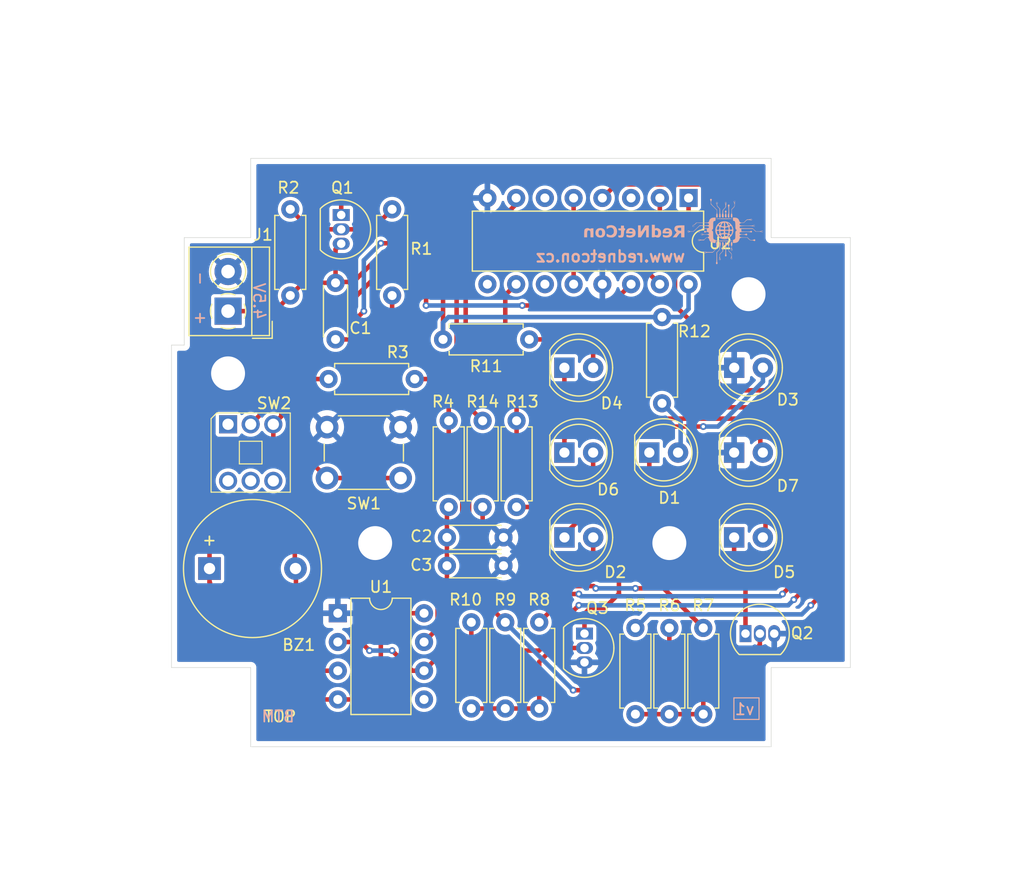
<source format=kicad_pcb>
(kicad_pcb (version 20240108) (generator "pcbnew") (generator_version "8.0")
  (title_block (title "Electronic dice") (date "2025-01-02") (rev "1") (company "RedNetCon"))
  (layers (0 "F.Cu" signal) (31 "B.Cu" signal) (34 "B.Paste" user) (35 "F.Paste" user) (36 "B.SilkS" user "B.Silkscreen") (37 "F.SilkS" user "F.Silkscreen") (38 "B.Mask" user) (39 "F.Mask" user) (44 "Edge.Cuts" user))
  (net 0 "")
  (net 1 "+5V")
  (net 2 "Net-(BZ1--)")
  (net 3 "Net-(C1-Pad2)")
  (net 4 "GND")
  (net 5 "Net-(U1-THR)")
  (net 6 "Net-(D1-K)")
  (net 7 "Net-(D1-A)")
  (net 8 "Net-(D2-K)")
  (net 9 "Net-(D2-A)")
  (net 10 "Net-(D4-K)")
  (net 11 "Net-(D4-A)")
  (net 12 "Net-(D5-K)")
  (net 13 "Net-(D6-K)")
  (net 14 "Net-(D6-A)")
  (net 15 "Net-(J1-Pin_1)")
  (net 16 "Net-(Q1-C)")
  (net 17 "Net-(Q1-B)")
  (net 18 "Net-(Q2-B)")
  (net 19 "Net-(Q3-B)")
  (net 20 "Net-(U1-DIS)")
  (net 21 "C1")
  (net 22 "A2_C2")
  (net 23 "C3_D")
  (net 24 "A1")
  (net 25 "A3")
  (net 26 "B")
  (net 32 "Net-(U2-Q6)")
  (footprint "Package_DIP:DIP-16_W7.62mm" (layer "F.Cu") (at 175.7 62.5 -90)
    (property "Reference" "U2" (at 4 -2.8 180) (layer "F.SilkS"))
    (property "Value" "4017")
    (pad "1" thru_hole rect (at 0 0 270) (size 1.6 1.6) (drill 0.8) (layers "*.Cu" "*.Mask") (net 25 "A3"))
    (pad "2" thru_hole oval (at 0 2.54 270) (size 1.6 1.6) (drill 0.8) (layers "*.Cu" "*.Mask") (net 24 "A1"))
    (pad "3" thru_hole oval (at 0 5.08 270) (size 1.6 1.6) (drill 0.8) (layers "*.Cu" "*.Mask"))
    (pad "4" thru_hole oval (at 0 7.62 270) (size 1.6 1.6) (drill 0.8) (layers "*.Cu" "*.Mask") (net 21 "C1"))
    (pad "5" thru_hole oval (at 0 10.16 270) (size 1.6 1.6) (drill 0.8) (layers "*.Cu" "*.Mask") (net 32 "Net-(U2-Q6)"))
    (pad "6" thru_hole oval (at 0 12.7 270) (size 1.6 1.6) (drill 0.8) (layers "*.Cu" "*.Mask"))
    (pad "7" thru_hole oval (at 0 15.24 270) (size 1.6 1.6) (drill 0.8) (layers "*.Cu" "*.Mask") (net 22 "A2_C2"))
    (pad "8" thru_hole oval (at 0 17.78 270) (size 1.6 1.6) (drill 0.8) (layers "*.Cu" "*.Mask") (net 4 "GND"))
    (pad "9" thru_hole oval (at 7.62 17.78 270) (size 1.6 1.6) (drill 0.8) (layers "*.Cu" "*.Mask"))
    (pad "10" thru_hole oval (at 7.62 15.24 270) (size 1.6 1.6) (drill 0.8) (layers "*.Cu" "*.Mask") (net 23 "C3_D"))
    (pad "11" thru_hole oval (at 7.62 12.7 270) (size 1.6 1.6) (drill 0.8) (layers "*.Cu" "*.Mask"))
    (pad "12" thru_hole oval (at 7.62 10.16 270) (size 1.6 1.6) (drill 0.8) (layers "*.Cu" "*.Mask") (net 26 "B"))
    (pad "13" thru_hole oval (at 7.62 7.62 270) (size 1.6 1.6) (drill 0.8) (layers "*.Cu" "*.Mask") (net 4 "GND"))
    (pad "14" thru_hole oval (at 7.62 5.08 270) (size 1.6 1.6) (drill 0.8) (layers "*.Cu" "*.Mask") (net 2 "Net-(BZ1--)"))
    (pad "15" thru_hole oval (at 7.62 2.54 270) (size 1.6 1.6) (drill 0.8) (layers "*.Cu" "*.Mask") (net 32 "Net-(U2-Q6)"))
    (pad "16" thru_hole oval (at 7.62 0 270) (size 1.6 1.6) (drill 0.8) (layers "*.Cu" "*.Mask") (net 1 "+5V"))
  )
  (footprint "Resistor_THT:R_Axial_DIN0207_L6.3mm_D2.5mm_P7.62mm_Horizontal" (layer "F.Cu") (at 174 108.12 90)
    (property "Reference" "R6" (at 9.62 0 180) (layer "F.SilkS"))
    (property "Value" "10k")
    (pad "1" thru_hole circle (at 0 0 90) (size 1.6 1.6) (drill 0.8) (layers "*.Cu" "*.Mask") (net 18 "Net-(Q2-B)"))
    (pad "2" thru_hole oval (at 7.62 0 90) (size 1.6 1.6) (drill 0.8) (layers "*.Cu" "*.Mask") (net 22 "A2_C2"))
  )
  (footprint "Resistor_THT:R_Axial_DIN0207_L6.3mm_D2.5mm_P7.62mm_Horizontal" (layer "F.Cu") (at 156.5 107.62 90)
    (property "Reference" "R10" (at 9.62 -0.5 180) (layer "F.SilkS"))
    (property "Value" "10k")
    (pad "1" thru_hole circle (at 0 0 90) (size 1.6 1.6) (drill 0.8) (layers "*.Cu" "*.Mask") (net 19 "Net-(Q3-B)"))
    (pad "2" thru_hole oval (at 7.62 0 90) (size 1.6 1.6) (drill 0.8) (layers "*.Cu" "*.Mask") (net 25 "A3"))
  )
  (footprint "Resistor_THT:R_Axial_DIN0207_L6.3mm_D2.5mm_P7.62mm_Horizontal" (layer "F.Cu") (at 140.5 71.12 90)
    (property "Reference" "R2" (at 9.525 -0.165 180) (layer "F.SilkS"))
    (property "Value" "1M")
    (pad "1" thru_hole circle (at 0 0 90) (size 1.6 1.6) (drill 0.8) (layers "*.Cu" "*.Mask") (net 1 "+5V"))
    (pad "2" thru_hole oval (at 7.62 0 90) (size 1.6 1.6) (drill 0.8) (layers "*.Cu" "*.Mask") (net 17 "Net-(Q1-B)"))
  )
  (footprint "Resistor_THT:R_Axial_DIN0207_L6.3mm_D2.5mm_P7.62mm_Horizontal" (layer "F.Cu") (at 154.5 89.81 90)
    (property "Reference" "R4" (at 9.31 -0.5 180) (layer "F.SilkS"))
    (property "Value" "10k")
    (pad "1" thru_hole circle (at 0 0 90) (size 1.6 1.6) (drill 0.8) (layers "*.Cu" "*.Mask") (net 5 "Net-(U1-THR)"))
    (pad "2" thru_hole oval (at 7.62 0 90) (size 1.6 1.6) (drill 0.8) (layers "*.Cu" "*.Mask") (net 20 "Net-(U1-DIS)"))
  )
  (footprint "Package_TO_SOT_THT:TO-92_Inline" (layer "F.Cu") (at 180.73 101)
    (property "Reference" "Q2" (at 5.0075 -0.035 180) (layer "F.SilkS"))
    (property "Value" "BC546")
    (pad "1" thru_hole rect (at 0 0) (size 1.05 1.5) (drill 0.75) (layers "*.Cu" "*.Mask") (net 12 "Net-(D5-K)"))
    (pad "2" thru_hole oval (at 1.27 0) (size 1.05 1.5) (drill 0.75) (layers "*.Cu" "*.Mask") (net 18 "Net-(Q2-B)"))
    (pad "3" thru_hole oval (at 2.54 0) (size 1.05 1.5) (drill 0.75) (layers "*.Cu" "*.Mask") (net 4 "GND"))
  )
  (footprint "Resistor_THT:R_Axial_DIN0207_L6.3mm_D2.5mm_P7.62mm_Horizontal" (layer "F.Cu") (at 177 108.12 90)
    (property "Reference" "R7" (at 9.62 0 180) (layer "F.SilkS"))
    (property "Value" "10k")
    (pad "1" thru_hole circle (at 0 0 90) (size 1.6 1.6) (drill 0.8) (layers "*.Cu" "*.Mask") (net 18 "Net-(Q2-B)"))
    (pad "2" thru_hole oval (at 7.62 0 90) (size 1.6 1.6) (drill 0.8) (layers "*.Cu" "*.Mask") (net 23 "C3_D"))
  )
  (footprint "Buzzer_Beeper:Buzzer_12x9.5RM7.6" (layer "F.Cu") (at 133.36 95.25)
    (property "Reference" "BZ1" (at 7.89 6.75 0) (layer "F.SilkS"))
    (property "Value" "Buzzer" (hide yes))
    (fp_text user "+" (at -0.01 -2.54 0) (layer "F.SilkS"))
    (pad "1" thru_hole rect (at 0 0) (size 2 2) (drill 1) (layers "*.Cu" "*.Mask") (net 1 "+5V"))
    (pad "2" thru_hole circle (at 7.6 0) (size 2 2) (drill 1) (layers "*.Cu" "*.Mask") (net 2 "Net-(BZ1--)"))
  )
  (footprint "LED_THT:LED_D5.0mm" (layer "F.Cu") (at 179.73 77.5)
    (property "Reference" "D3" (at 4.7375 2.8275 0) (layer "F.SilkS"))
    (property "Value" "5mm, R" (hide yes))
    (pad "1" thru_hole rect (at 0 0) (size 1.8 1.8) (drill 0.9) (layers "*.Cu" "*.Mask") (net 4 "GND"))
    (pad "2" thru_hole circle (at 2.54 0) (size 1.8 1.8) (drill 0.9) (layers "*.Cu" "*.Mask") (net 8 "Net-(D2-K)"))
  )
  (footprint "Package_DIP:DIP-8_W7.62mm" (layer "F.Cu") (at 144.7 99.2)
    (property "Reference" "U1" (at 3.81 -2.33 0) (layer "F.SilkS"))
    (property "Value" "NE555P")
    (pad "1" thru_hole rect (at 0 0) (size 1.6 1.6) (drill 0.8) (layers "*.Cu" "*.Mask") (net 4 "GND"))
    (pad "2" thru_hole oval (at 0 2.54) (size 1.6 1.6) (drill 0.8) (layers "*.Cu" "*.Mask") (net 5 "Net-(U1-THR)"))
    (pad "3" thru_hole oval (at 0 5.08) (size 1.6 1.6) (drill 0.8) (layers "*.Cu" "*.Mask") (net 2 "Net-(BZ1--)"))
    (pad "4" thru_hole oval (at 0 7.62) (size 1.6 1.6) (drill 0.8) (layers "*.Cu" "*.Mask") (net 1 "+5V"))
    (pad "5" thru_hole oval (at 7.62 7.62) (size 1.6 1.6) (drill 0.8) (layers "*.Cu" "*.Mask"))
    (pad "6" thru_hole oval (at 7.62 5.08) (size 1.6 1.6) (drill 0.8) (layers "*.Cu" "*.Mask") (net 5 "Net-(U1-THR)"))
    (pad "7" thru_hole oval (at 7.62 2.54) (size 1.6 1.6) (drill 0.8) (layers "*.Cu" "*.Mask") (net 20 "Net-(U1-DIS)"))
    (pad "8" thru_hole oval (at 7.62 0) (size 1.6 1.6) (drill 0.8) (layers "*.Cu" "*.Mask") (net 1 "+5V"))
  )
  (footprint "Package_TO_SOT_THT:TO-92_Inline" (layer "F.Cu") (at 145 64 -90)
    (property "Reference" "Q1" (at -2.405 -0.0975 180) (layer "F.SilkS"))
    (property "Value" "BC556")
    (pad "1" thru_hole rect (at 0 0 270) (size 1.05 1.5) (drill 0.75) (layers "*.Cu" "*.Mask") (net 16 "Net-(Q1-C)"))
    (pad "2" thru_hole oval (at 1.27 0 270) (size 1.05 1.5) (drill 0.75) (layers "*.Cu" "*.Mask") (net 17 "Net-(Q1-B)"))
    (pad "3" thru_hole oval (at 2.54 0 270) (size 1.05 1.5) (drill 0.75) (layers "*.Cu" "*.Mask") (net 1 "+5V"))
  )
  (footprint "Resistor_THT:R_Axial_DIN0207_L6.3mm_D2.5mm_P7.62mm_Horizontal" (layer "F.Cu") (at 149.5 63.5 -90)
    (property "Reference" "R1" (at 3.4925 -2.5825 180) (layer "F.SilkS"))
    (property "Value" "1M")
    (pad "1" thru_hole circle (at 0 0 270) (size 1.6 1.6) (drill 0.8) (layers "*.Cu" "*.Mask") (net 17 "Net-(Q1-B)"))
    (pad "2" thru_hole oval (at 7.62 0 270) (size 1.6 1.6) (drill 0.8) (layers "*.Cu" "*.Mask") (net 3 "Net-(C1-Pad2)"))
  )
  (footprint "Resistor_THT:R_Axial_DIN0207_L6.3mm_D2.5mm_P7.62mm_Horizontal" (layer "F.Cu") (at 159.5 107.62 90)
    (property "Reference" "R9" (at 9.62 0 180) (layer "F.SilkS"))
    (property "Value" "10k")
    (pad "1" thru_hole circle (at 0 0 90) (size 1.6 1.6) (drill 0.8) (layers "*.Cu" "*.Mask") (net 19 "Net-(Q3-B)"))
    (pad "2" thru_hole oval (at 7.62 0 90) (size 1.6 1.6) (drill 0.8) (layers "*.Cu" "*.Mask") (net 22 "A2_C2"))
  )
  (footprint "Capacitor_THT:C_Disc_D4.3mm_W1.9mm_P5.00mm" (layer "F.Cu") (at 144.5 70 -90)
    (property "Reference" "C1" (at 4 -2.2 180) (layer "F.SilkS"))
    (property "Value" "1uF")
    (pad "1" thru_hole circle (at 0 0 270) (size 1.6 1.6) (drill 0.8) (layers "*.Cu" "*.Mask") (net 1 "+5V"))
    (pad "2" thru_hole circle (at 5 0 270) (size 1.6 1.6) (drill 0.8) (layers "*.Cu" "*.Mask") (net 3 "Net-(C1-Pad2)"))
  )
  (footprint "Resistor_THT:R_Axial_DIN0207_L6.3mm_D2.5mm_P7.62mm_Horizontal" (layer "F.Cu") (at 161.62 75 180)
    (property "Reference" "R11" (at 3.81 -2.37 0) (layer "F.SilkS"))
    (property "Value" "220R")
    (pad "1" thru_hole circle (at 0 0 180) (size 1.6 1.6) (drill 0.8) (layers "*.Cu" "*.Mask") (net 11 "Net-(D4-A)"))
    (pad "2" thru_hole oval (at 7.62 0 180) (size 1.6 1.6) (drill 0.8) (layers "*.Cu" "*.Mask") (net 1 "+5V"))
  )
  (footprint "LED_THT:LED_D5.0mm" (layer "F.Cu") (at 179.725 92.5)
    (property "Reference" "D5" (at 4.425 3.0675 0) (layer "F.SilkS"))
    (property "Value" "5mm, R" (hide yes))
    (pad "1" thru_hole rect (at 0 0) (size 1.8 1.8) (drill 0.9) (layers "*.Cu" "*.Mask") (net 12 "Net-(D5-K)"))
    (pad "2" thru_hole circle (at 2.54 0) (size 1.8 1.8) (drill 0.9) (layers "*.Cu" "*.Mask") (net 10 "Net-(D4-K)"))
  )
  (footprint "LED_THT:LED_D5.0mm" (layer "F.Cu") (at 164.725 85)
    (property "Reference" "D6" (at 3.8675 3.265 0) (layer "F.SilkS"))
    (property "Value" "5mm, R" (hide yes))
    (pad "1" thru_hole rect (at 0 0) (size 1.8 1.8) (drill 0.9) (layers "*.Cu" "*.Mask") (net 13 "Net-(D6-K)"))
    (pad "2" thru_hole circle (at 2.54 0) (size 1.8 1.8) (drill 0.9) (layers "*.Cu" "*.Mask") (net 14 "Net-(D6-A)"))
  )
  (footprint "TerminalBlock_4Ucon:TerminalBlock_4Ucon_1x02_P3.50mm_Horizontal" (layer "F.Cu") (at 135 72.5 90)
    (property "Reference" "J1" (at 6.75 3.1 180) (layer "F.SilkS"))
    (property "Value" "Screw_Terminal_01x02" (hide yes))
    (pad "1" thru_hole rect (at 0 0 90) (size 2.4 2.4) (drill 1.2) (layers "*.Cu" "*.Mask") (net 15 "Net-(J1-Pin_1)"))
    (pad "2" thru_hole circle (at 3.5 0 90) (size 2.4 2.4) (drill 1.2) (layers "*.Cu" "*.Mask") (net 4 "GND"))
  )
  (footprint "Button_Switch_THT_Hap:SW_DPDT_7x7_Turbo" (layer "F.Cu") (at 137 85)
    (property "Reference" "SW2" (at 2.065 -4.355 0) (layer "F.SilkS"))
    (property "Value" "DPDT 7x7mm, Turbo" (hide yes))
    (pad "1" thru_hole rect (at -2 -2.5) (size 1.6 1.6) (drill 1) (layers "*.Cu" "*.Mask"))
    (pad "2" thru_hole circle (at 0 -2.5) (size 1.6 1.6) (drill 1) (layers "*.Cu" "*.Mask") (net 15 "Net-(J1-Pin_1)"))
    (pad "3" thru_hole circle (at 2 -2.5) (size 1.6 1.6) (drill 1) (layers "*.Cu" "*.Mask") (net 1 "+5V"))
    (pad "4" thru_hole circle (at -2 2.5) (size 1.6 1.6) (drill 1) (layers "*.Cu" "*.Mask"))
    (pad "5" thru_hole circle (at 0 2.5) (size 1.6 1.6) (drill 1) (layers "*.Cu" "*.Mask"))
    (pad "6" thru_hole circle (at 2 2.5) (size 1.6 1.6) (drill 1) (layers "*.Cu" "*.Mask"))
  )
  (footprint "Resistor_THT:R_Axial_DIN0207_L6.3mm_D2.5mm_P7.62mm_Horizontal" (layer "F.Cu") (at 171 108.12 90)
    (property "Reference" "R5" (at 9.62 0 180) (layer "F.SilkS"))
    (property "Value" "10k")
    (pad "1" thru_hole circle (at 0 0 90) (size 1.6 1.6) (drill 0.8) (layers "*.Cu" "*.Mask") (net 18 "Net-(Q2-B)"))
    (pad "2" thru_hole oval (at 7.62 0 90) (size 1.6 1.6) (drill 0.8) (layers "*.Cu" "*.Mask") (net 21 "C1"))
  )
  (footprint "Resistor_THT:R_Axial_DIN0207_L6.3mm_D2.5mm_P7.62mm_Horizontal" (layer "F.Cu") (at 157.5 82.19 -90)
    (property "Reference" "R14" (at -1.69 0 180) (layer "F.SilkS"))
    (property "Value" "220R")
    (pad "1" thru_hole circle (at 0 0 270) (size 1.6 1.6) (drill 0.8) (layers "*.Cu" "*.Mask") (net 26 "B"))
    (pad "2" thru_hole oval (at 7.62 0 270) (size 1.6 1.6) (drill 0.8) (layers "*.Cu" "*.Mask") (net 9 "Net-(D2-A)"))
  )
  (footprint "Resistor_THT:R_Axial_DIN0207_L6.3mm_D2.5mm_P7.62mm_Horizontal" (layer "F.Cu") (at 160.5 89.81 90)
    (property "Reference" "R13" (at 9.31 0.5 180) (layer "F.SilkS"))
    (property "Value" "220R")
    (pad "1" thru_hole circle (at 0 0 90) (size 1.6 1.6) (drill 0.8) (layers "*.Cu" "*.Mask") (net 14 "Net-(D6-A)"))
    (pad "2" thru_hole oval (at 7.62 0 90) (size 1.6 1.6) (drill 0.8) (layers "*.Cu" "*.Mask") (net 23 "C3_D"))
  )
  (footprint "Capacitor_THT:C_Disc_D4.3mm_W1.9mm_P5.00mm" (layer "F.Cu") (at 154.345 95)
    (property "Reference" "C3" (at -2.2625 -0.0675 360) (layer "F.SilkS"))
    (property "Value" "1uF")
    (pad "1" thru_hole circle (at 0 0) (size 1.6 1.6) (drill 0.8) (layers "*.Cu" "*.Mask") (net 5 "Net-(U1-THR)"))
    (pad "2" thru_hole circle (at 5 0) (size 1.6 1.6) (drill 0.8) (layers "*.Cu" "*.Mask") (net 4 "GND"))
  )
  (footprint "LED_THT:LED_D5.0mm" (layer "F.Cu") (at 179.725 85)
    (property "Reference" "D7" (at 4.7425 2.9475 0) (layer "F.SilkS"))
    (property "Value" "5mm, R" (hide yes))
    (pad "1" thru_hole rect (at 0 0) (size 1.8 1.8) (drill 0.9) (layers "*.Cu" "*.Mask") (net 4 "GND"))
    (pad "2" thru_hole circle (at 2.54 0) (size 1.8 1.8) (drill 0.9) (layers "*.Cu" "*.Mask") (net 13 "Net-(D6-K)"))
  )
  (footprint "LED_THT:LED_D5.0mm" (layer "F.Cu") (at 164.725 77.5)
    (property "Reference" "D4" (at 4.185 3.145 0) (layer "F.SilkS"))
    (property "Value" "5mm, R" (hide yes))
    (pad "1" thru_hole rect (at 0 0) (size 1.8 1.8) (drill 0.9) (layers "*.Cu" "*.Mask") (net 10 "Net-(D4-K)"))
    (pad "2" thru_hole circle (at 2.54 0) (size 1.8 1.8) (drill 0.9) (layers "*.Cu" "*.Mask") (net 11 "Net-(D4-A)"))
  )
  (footprint "LED_THT:LED_D5.0mm" (layer "F.Cu") (at 172.23 85)
    (property "Reference" "D1" (at 1.775 4 0) (layer "F.SilkS"))
    (property "Value" "5mm, R" (hide yes))
    (pad "1" thru_hole rect (at 0 0) (size 1.8 1.8) (drill 0.9) (layers "*.Cu" "*.Mask") (net 6 "Net-(D1-K)"))
    (pad "2" thru_hole circle (at 2.54 0) (size 1.8 1.8) (drill 0.9) (layers "*.Cu" "*.Mask") (net 7 "Net-(D1-A)"))
  )
  (footprint "Resistor_THT:R_Axial_DIN0207_L6.3mm_D2.5mm_P7.62mm_Horizontal" (layer "F.Cu") (at 143.88 78.5)
    (property "Reference" "R3" (at 6.12 -2.37 0) (layer "F.SilkS"))
    (property "Value" "10k")
    (pad "1" thru_hole circle (at 0 0) (size 1.6 1.6) (drill 0.8) (layers "*.Cu" "*.Mask") (net 16 "Net-(Q1-C)"))
    (pad "2" thru_hole oval (at 7.62 0) (size 1.6 1.6) (drill 0.8) (layers "*.Cu" "*.Mask") (net 20 "Net-(U1-DIS)"))
  )
  (footprint "Resistor_THT:R_Axial_DIN0207_L6.3mm_D2.5mm_P7.62mm_Horizontal" (layer "F.Cu") (at 173.355 80.645 90)
    (property "Reference" "R12" (at 6.35 2.8575 180) (layer "F.SilkS"))
    (property "Value" "1k")
    (pad "1" thru_hole circle (at 0 0 90) (size 1.6 1.6) (drill 0.8) (layers "*.Cu" "*.Mask") (net 7 "Net-(D1-A)"))
    (pad "2" thru_hole oval (at 7.62 0 90) (size 1.6 1.6) (drill 0.8) (layers "*.Cu" "*.Mask") (net 1 "+5V"))
  )
  (footprint "Button_Switch_THT:SW_PUSH_6mm_H13mm" (layer "F.Cu") (at 143.75 82.75)
    (property "Reference" "SW1" (at 3.25 6.75 0) (layer "F.SilkS"))
    (property "Value" "Push 6x6, H13mm" (hide yes))
    (pad "1" thru_hole circle (at 0 0 90) (size 2 2) (drill 1.1) (layers "*.Cu" "*.Mask") (net 4 "GND"))
    (pad "1" thru_hole circle (at 6.5 0 90) (size 2 2) (drill 1.1) (layers "*.Cu" "*.Mask") (net 4 "GND"))
    (pad "2" thru_hole circle (at 0 4.5 90) (size 2 2) (drill 1.1) (layers "*.Cu" "*.Mask") (net 3 "Net-(C1-Pad2)"))
    (pad "2" thru_hole circle (at 6.5 4.5 90) (size 2 2) (drill 1.1) (layers "*.Cu" "*.Mask") (net 3 "Net-(C1-Pad2)"))
  )
  (footprint "Resistor_THT:R_Axial_DIN0207_L6.3mm_D2.5mm_P7.62mm_Horizontal" (layer "F.Cu") (at 162.5 107.62 90)
    (property "Reference" "R8" (at 9.62 0 180) (layer "F.SilkS"))
    (property "Value" "10k")
    (pad "1" thru_hole circle (at 0 0 90) (size 1.6 1.6) (drill 0.8) (layers "*.Cu" "*.Mask") (net 19 "Net-(Q3-B)"))
    (pad "2" thru_hole oval (at 7.62 0 90) (size 1.6 1.6) (drill 0.8) (layers "*.Cu" "*.Mask") (net 24 "A1"))
  )
  (footprint "LED_THT:LED_D5.0mm" (layer "F.Cu") (at 164.73 92.5)
    (property "Reference" "D2" (at 4.4975 3.0675 0) (layer "F.SilkS"))
    (property "Value" "5mm, R" (hide yes))
    (pad "1" thru_hole rect (at 0 0) (size 1.8 1.8) (drill 0.9) (layers "*.Cu" "*.Mask") (net 8 "Net-(D2-K)"))
    (pad "2" thru_hole circle (at 2.54 0) (size 1.8 1.8) (drill 0.9) (layers "*.Cu" "*.Mask") (net 9 "Net-(D2-A)"))
  )
  (footprint "Package_TO_SOT_THT:TO-92_Inline" (layer "F.Cu") (at 166.5 101 -90)
    (property "Reference" "Q3" (at -2.2575 -1.14 180) (layer "F.SilkS"))
    (property "Value" "BC546")
    (pad "1" thru_hole rect (at 0 0 270) (size 1.05 1.5) (drill 0.75) (layers "*.Cu" "*.Mask") (net 6 "Net-(D1-K)"))
    (pad "2" thru_hole oval (at 1.27 0 270) (size 1.05 1.5) (drill 0.75) (layers "*.Cu" "*.Mask") (net 19 "Net-(Q3-B)"))
    (pad "3" thru_hole oval (at 2.54 0 270) (size 1.05 1.5) (drill 0.75) (layers "*.Cu" "*.Mask") (net 4 "GND"))
  )
  (footprint "Capacitor_THT:C_Disc_D4.3mm_W1.9mm_P5.00mm" (layer "F.Cu") (at 154.345 92.5)
    (property "Reference" "C2" (at -2.2625 -0.1075 360) (layer "F.SilkS"))
    (property "Value" "1uF")
    (pad "1" thru_hole circle (at 0 0) (size 1.6 1.6) (drill 0.8) (layers "*.Cu" "*.Mask") (net 5 "Net-(U1-THR)"))
    (pad "2" thru_hole circle (at 5 0) (size 1.6 1.6) (drill 0.8) (layers "*.Cu" "*.Mask") (net 4 "GND"))
  )
  (footprint "rednetcon:logo" (layer "B.Cu") (at 174.25 65.5 180)
    (property "Reference" "G***" (hide yes))
    (property "Value" "LOGO" (hide yes))
  )
  (gr_line (start 179.705 108.585) (end 181.9275 108.585) (stroke (width 0.1)) (layer "B.SilkS"))
  (gr_line (start 181.9275 106.68) (end 179.705 106.68) (stroke (width 0.1)) (layer "B.SilkS"))
  (gr_line (start 179.705 106.68) (end 179.705 108.585) (stroke (width 0.1)) (layer "B.SilkS"))
  (gr_line (start 181.9275 108.585) (end 181.9275 106.68) (stroke (width 0.1)) (layer "B.SilkS"))
  (gr_line (start 137 111) (end 183 111) (stroke (width 0.05)) (layer "Edge.Cuts"))
  (gr_line (start 190 66) (end 183 66) (stroke (width 0.05)) (layer "Edge.Cuts"))
  (gr_line (start 137 66) (end 137 59) (stroke (width 0.05)) (layer "Edge.Cuts"))
  (gr_line (start 131.1275 66) (end 137 66) (stroke (width 0.05)) (layer "Edge.Cuts"))
  (gr_line (start 131.1275 66) (end 131.1275 75.5) (stroke (width 0.05)) (layer "Edge.Cuts"))
  (gr_line (start 130 104) (end 137 104) (stroke (width 0.05)) (layer "Edge.Cuts"))
  (gr_line (start 190 104) (end 190 66) (stroke (width 0.05)) (layer "Edge.Cuts"))
  (gr_line (start 183 104) (end 190 104) (stroke (width 0.05)) (layer "Edge.Cuts"))
  (gr_line (start 131.1275 75.5) (end 130 75.5) (stroke (width 0.05)) (layer "Edge.Cuts"))
  (gr_line (start 183 59) (end 137 59) (stroke (width 0.05)) (layer "Edge.Cuts"))
  (gr_line (start 137 104) (end 137 111) (stroke (width 0.05)) (layer "Edge.Cuts"))
  (gr_line (start 130 75.5) (end 130 104) (stroke (width 0.05)) (layer "Edge.Cuts"))
  (gr_line (start 183 111) (end 183 104) (stroke (width 0.05)) (layer "Edge.Cuts"))
  (gr_line (start 183 66) (end 183 59) (stroke (width 0.05)) (layer "Edge.Cuts"))
  (gr_text "BTM" (at 140.97 108.9025 0) (layer "B.SilkS") (effects (font (size 1 1)) (justify left bottom mirror)))
  (gr_text "-" (at 133.0325 68.8975 90) (layer "B.SilkS") (effects (font (size 1 1)) (justify left bottom mirror)))
  (gr_text "+" (at 133.0325 72.39 90) (layer "B.SilkS") (effects (font (size 1 1)) (justify left bottom mirror)))
  (gr_text "v1" (at 181.61 108.2675 0) (layer "B.SilkS") (effects (font (size 1 1)) (justify left bottom mirror)))
  (gr_text "www.rednetcon.cz" (at 175.5 68.25 0) (layer "B.SilkS") (effects (font (size 1 1) (thickness 0.2) (bold yes)) (justify left bottom mirror)))
  (gr_text "4.5V" (at 137.16 73.3425 270) (layer "B.SilkS") (effects (font (size 1 1)) (justify left bottom mirror)))
  (gr_text "TOP" (at 138.1125 108.9025 0) (layer "F.SilkS") (effects (font (size 1 1)) (justify left bottom)))
  (segment (start 133.4 96.5) (end 133.36 96.46) (width 0.4) (layer "F.Cu") (net 1))
  (segment (start 138.2275 84.7725) (end 139 84) (width 0.4) (layer "F.Cu") (net 1))
  (segment (start 154 68) (end 154 75) (width 0.4) (layer "F.Cu") (net 1))
  (segment (start 133.36 89.86) (end 132.5 89) (width 0.4) (layer "F.Cu") (net 1))
  (segment (start 132.5 89) (end 132.5 85.5) (width 0.4) (layer "F.Cu") (net 1))
  (segment (start 139.7 81.8) (end 139.7 71.92) (width 0.4) (layer "F.Cu") (net 1))
  (segment (start 146.68 106.82) (end 144.7 106.82) (width 0.4) (layer "F.Cu") (net 1))
  (segment (start 144.7 106.82) (end 143.015 106.82) (width 0.4) (layer "F.Cu") (net 1))
  (segment (start 141.62 70) (end 144.5 70) (width 0.4) (layer "F.Cu") (net 1))
  (segment (start 144.58 69.92) (end 146.08 69.92) (width 0.4) (layer "F.Cu") (net 1))
  (segment (start 144.5 70) (end 144.5 67.04) (width 0.4) (layer "F.Cu") (net 1))
  (segment (start 148.5 105) (end 146.68 106.82) (width 0.4) (layer "F.Cu") (net 1))
  (segment (start 133.2275 84.7725) (end 138.2275 84.7725) (width 0.4) (layer "F.Cu") (net 1))
  (segment (start 133.36 96.46) (end 133.36 89.86) (width 0.4) (layer "F.Cu") (net 1))
  (segment (start 143.015 106.82) (end 133.4 97.205) (width 0.4) (layer "F.Cu") (net 1))
  (segment (start 139.7 71.92) (end 140.5 71.12) (width 0.4) (layer "F.Cu") (net 1))
  (segment (start 133.4 97.205) (end 133.4 96.5) (width 0.4) (layer "F.Cu") (net 1))
  (segment (start 144.5 67.04) (end 145 66.54) (width 0.4) (layer "F.Cu") (net 1))
  (segment (start 148 68) (end 154 68) (width 0.4) (layer "F.Cu") (net 1))
  (segment (start 139 84) (end 139 82.5) (width 0.4) (layer "F.Cu") (net 1))
  (segment (start 146.08 69.92) (end 148 68) (width 0.4) (layer "F.Cu") (net 1))
  (segment (start 149.3 99.2) (end 148.5 100) (width 0.4) (layer "F.Cu") (net 1))
  (segment (start 144.5 70) (end 144.58 69.92) (width 0.4) (layer "F.Cu") (net 1))
  (segment (start 132.5 85.5) (end 133.2275 84.7725) (width 0.4) (layer "F.Cu") (net 1))
  (segment (start 139 82.5) (end 139.7 81.8) (width 0.4) (layer "F.Cu") (net 1))
  (segment (start 152.32 99.2) (end 149.3 99.2) (width 0.4) (layer "F.Cu") (net 1))
  (segment (start 140.5 71.12) (end 141.62 70) (width 0.4) (layer "F.Cu") (net 1))
  (segment (start 148.5 100) (end 148.5 105) (width 0.4) (layer "F.Cu") (net 1))
  (segment (start 175.7 72.3) (end 175.7 70.12) (width 0.4) (layer "B.Cu") (net 1))
  (segment (start 154.475 73.025) (end 174.975 73.025) (width 0.4) (layer "B.Cu") (net 1))
  (segment (start 154 73.5) (end 154.475 73.025) (width 0.4) (layer "B.Cu") (net 1))
  (segment (start 154 75) (end 154 73.5) (width 0.4) (layer "B.Cu") (net 1))
  (segment (start 174.975 73.025) (end 175.7 72.3) (width 0.4) (layer "B.Cu") (net 1))
  (segment (start 143.28 104.28) (end 141 102) (width 0.4) (layer "F.Cu") (net 2))
  (segment (start 142.5 71.5) (end 146 71.5) (width 0.4) (layer "F.Cu") (net 2))
  (segment (start 168.74 72) (end 161 72) (width 0.4) (layer "F.Cu") (net 2))
  (segment (start 140.5 73.5) (end 142.5 71.5) (width 0.4) (layer "F.Cu") (net 2))
  (segment (start 140.9 78.4) (end 140.5 78) (width 0.4) (layer "F.Cu") (net 2))
  (segment (start 140.5 78) (end 140.5 73.5) (width 0.4) (layer "F.Cu") (net 2))
  (segment (start 144.7 104.28) (end 143.28 104.28) (width 0.4) (layer "F.Cu") (net 2))
  (segment (start 170.62 70.12) (end 168.74 72) (width 0.4) (layer "F.Cu") (net 2))
  (segment (start 141 102) (end 141 95.29) (width 0.4) (layer "F.Cu") (net 2))
  (segment (start 141 95.29) (end 140.9 95.19) (width 0.4) (layer "F.Cu") (net 2))
  (segment (start 152.5 70.5) (end 152.5 72) (width 0.4) (layer "F.Cu") (net 2))
  (segment (start 148.5 69) (end 151 69) (width 0.4) (layer "F.Cu") (net 2))
  (segment (start 146 71.5) (end 148.5 69) (width 0.4) (layer "F.Cu") (net 2))
  (segment (start 140.9 95.19) (end 140.9 78.4) (width 0.4) (layer "F.Cu") (net 2))
  (segment (start 151 69) (end 152.5 70.5) (width 0.4) (layer "F.Cu") (net 2))
  (via (at 161 72) (size 0.6) (drill 0.3) (layers "F.Cu" "B.Cu") (net 2))
  (via (at 152.5 72) (size 0.6) (drill 0.3) (layers "F.Cu" "B.Cu") (net 2))
  (segment (start 152.5 72) (end 161 72) (width 0.4) (layer "B.Cu") (net 2))
  (segment (start 149.5 73) (end 149.5 71.12) (width 0.4) (layer "F.Cu") (net 3))
  (segment (start 143.75 87.25) (end 141.5 85) (width 0.4) (layer "F.Cu") (net 3))
  (segment (start 147.5 75) (end 149.5 73) (width 0.4) (layer "F.Cu") (net 3))
  (segment (start 145 80.5) (end 146.5 79) (width 0.4) (layer "F.Cu") (net 3))
  (segment (start 146.5 79) (end 146.5 75) (width 0.4) (layer "F.Cu") (net 3))
  (segment (start 143.75 87.25) (end 150.25 87.25) (width 0.4) (layer "F.Cu") (net 3))
  (segment (start 141.5 85) (end 141.5 81.5) (width 0.4) (layer "F.Cu") (net 3))
  (segment (start 144.5 75) (end 146.5 75) (width 0.4) (layer "F.Cu") (net 3))
  (segment (start 146.5 75) (end 147.5 75) (width 0.4) (layer "F.Cu") (net 3))
  (segment (start 142.5 80.5) (end 145 80.5) (width 0.4) (layer "F.Cu") (net 3))
  (segment (start 141.5 81.5) (end 142.5 80.5) (width 0.4) (layer "F.Cu") (net 3))
  (via (at 181 71) (size 5.5) (drill 3) (layers "F.Cu" "B.Cu") (net 4))
  (via (at 174 93) (size 5.5) (drill 3) (layers "F.Cu" "B.Cu") (net 4))
  (via (at 148 93) (size 5.5) (drill 3) (layers "F.Cu" "B.Cu") (net 4))
  (via (at 135 78) (size 5.5) (drill 3) (layers "F.Cu" "B.Cu") (net 4))
  (segment (start 154.5 89.81) (end 154.345 89.965) (width 0.4) (layer "F.Cu") (net 5))
  (segment (start 154.345 89.965) (end 154.345 102.255) (width 0.4) (layer "F.Cu") (net 5))
  (segment (start 154.345 102.255) (end 152.32 104.28) (width 0.4) (layer "F.Cu") (net 5))
  (segment (start 152.32 104.28) (end 151.28 104.28) (width 0.4) (layer "F.Cu") (net 5))
  (segment (start 151.28 104.28) (end 149.5 102.5) (width 0.4) (layer "F.Cu") (net 5))
  (segment (start 146.74 101.74) (end 147.5 102.5) (width 0.4) (layer "F.Cu") (net 5))
  (segment (start 144.7 101.74) (end 146.74 101.74) (width 0.4) (layer "F.Cu") (net 5))
  (via (at 149.5 102.5) (size 0.6) (drill 0.3) (layers "F.Cu" "B.Cu") (net 5))
  (via (at 147.5 102.5) (size 0.6) (drill 0.3) (layers "F.Cu" "B.Cu") (net 5))
  (segment (start 147.5 102.5) (end 149.5 102.5) (width 0.4) (layer "B.Cu") (net 5))
  (segment (start 172.23 89.0725) (end 172.23 85.5) (width 0.4) (layer "F.Cu") (net 6))
  (segment (start 166.5 99.2475) (end 167.005 98.7425) (width 0.4) (layer "F.Cu") (net 6))
  (segment (start 169.545 97.4725) (end 169.545 91.7575) (width 0.4) (layer "F.Cu") (net 6))
  (segment (start 166.5 101) (end 166.5 99.2475) (width 0.4) (layer "F.Cu") (net 6))
  (segment (start 167.005 98.7425) (end 168.275 98.7425) (width 0.4) (layer "F.Cu") (net 6))
  (segment (start 169.545 91.7575) (end 172.23 89.0725) (width 0.4) (layer "F.Cu") (net 6))
  (segment (start 168.275 98.7425) (end 169.545 97.4725) (width 0.4) (layer "F.Cu") (net 6))
  (segment (start 175 82.29) (end 175 85.27) (width 0.4) (layer "B.Cu") (net 7))
  (segment (start 175 85.27) (end 174.77 85.5) (width 0.4) (layer "B.Cu") (net 7))
  (segment (start 173.355 80.645) (end 175 82.29) (width 0.4) (layer "B.Cu") (net 7))
  (segment (start 164.73 92.25) (end 164.73 92.5) (width 0.4) (layer "F.Cu") (net 8))
  (segment (start 170 84.5) (end 170 86.98) (width 0.4) (layer "F.Cu") (net 8))
  (segment (start 177 82.7) (end 171.8 82.7) (width 0.4) (layer "F.Cu") (net 8))
  (segment (start 170 86.98) (end 164.73 92.25) (width 0.4) (layer "F.Cu") (net 8))
  (segment (start 171.8 82.7) (end 170 84.5) (width 0.4) (layer "F.Cu") (net 8))
  (segment (start 182.04 77.73) (end 182.27 77.5) (width 0.4) (layer "F.Cu") (net 8))
  (via (at 177 82.7) (size 0.6) (drill 0.3) (layers "F.Cu" "B.Cu") (net 8))
  (segment (start 178.3 82.7) (end 182.27 78.73) (width 0.4) (layer "B.Cu") (net 8))
  (segment (start 182.27 78.73) (end 182.27 77.5) (width 0.4) (layer "B.Cu") (net 8))
  (segment (start 177 82.7) (end 178.3 82.7) (width 0.4) (layer "B.Cu") (net 8))
  (segment (start 158.75 96.52) (end 157.5 95.27) (width 0.4) (layer "F.Cu") (net 9))
  (segment (start 166.5 95.5) (end 164.5325 95.5) (width 0.4) (layer "F.Cu") (net 9))
  (segment (start 164.5325 95.5) (end 163.5125 96.52) (width 0.4) (layer "F.Cu") (net 9))
  (segment (start 157.5 95.27) (end 157.5 89.81) (width 0.4) (layer "F.Cu") (net 9))
  (segment (start 163.5125 96.52) (end 158.75 96.52) (width 0.4) (layer "F.Cu") (net 9))
  (segment (start 167.27 94.73) (end 166.5 95.5) (width 0.4) (layer "F.Cu") (net 9))
  (segment (start 167.27 92.5) (end 167.27 94.73) (width 0.4) (layer "F.Cu") (net 9))
  (segment (start 182.265 92.5) (end 182.5 92.265) (width 0.4) (layer "F.Cu") (net 10))
  (segment (start 178.5 81) (end 176.5 79) (width 0.4) (layer "F.Cu") (net 10))
  (segment (start 182.5 88.5) (end 184 87) (width 0.4) (layer "F.Cu") (net 10))
  (segment (start 181.5 81) (end 178.5 81) (width 0.4) (layer "F.Cu") (net 10))
  (segment (start 176.5 79) (end 172 79) (width 0.4) (layer "F.Cu") (net 10))
  (segment (start 184 83.5) (end 181.5 81) (width 0.4) (layer "F.Cu") (net 10))
  (segment (start 182.5 92.265) (end 182.5 88.5) (width 0.4) (layer "F.Cu") (net 10))
  (segment (start 164.725 79.725) (end 164.725 77.5) (width 0.4) (layer "F.Cu") (net 10))
  (segment (start 165.5 80.5) (end 164.725 79.725) (width 0.4) (layer "F.Cu") (net 10))
  (segment (start 170.5 80.5) (end 165.5 80.5) (width 0.4) (layer "F.Cu") (net 10))
  (segment (start 184 87) (end 184 83.5) (width 0.4) (layer "F.Cu") (net 10))
  (segment (start 172 79) (end 170.5 80.5) (width 0.4) (layer "F.Cu") (net 10))
  (segment (start 161.62 75) (end 166.5 75) (width 0.4) (layer "F.Cu") (net 11))
  (segment (start 167.265 75.765) (end 167.265 77.5) (width 0.4) (layer "F.Cu") (net 11))
  (segment (start 166.5 75) (end 167.265 75.765) (width 0.4) (layer "F.Cu") (net 11))
  (segment (start 180.73 101) (end 180.73 96.23) (width 0.4) (layer "F.Cu") (net 12))
  (segment (start 180.73 96.23) (end 179.725 95.225) (width 0.4) (layer "F.Cu") (net 12))
  (segment (start 179.725 95.225) (end 179.725 92.5) (width 0.4) (layer "F.Cu") (net 12))
  (segment (start 164.725 85.265) (end 164.96 85.5) (width 0.4) (layer "F.Cu") (net 13))
  (segment (start 182.04 85.5) (end 182.04 83.54) (width 0.4) (layer "F.Cu") (net 13))
  (segment (start 164.725 83.775) (end 164.725 85.265) (width 0.4) (layer "F.Cu") (net 13))
  (segment (start 182.04 83.54) (end 180.5 82) (width 0.4) (layer "F.Cu") (net 13))
  (segment (start 180.5 82) (end 166.5 82) (width 0.4) (layer "F.Cu") (net 13))
  (segment (start 166.5 82) (end 164.725 83.775) (width 0.4) (layer "F.Cu") (net 13))
  (segment (start 160.5 89.81) (end 165.19 89.81) (width 0.4) (layer "F.Cu") (net 14))
  (segment (start 165.19 89.81) (end 167.265 87.735) (width 0.4) (layer "F.Cu") (net 14))
  (segment (start 167.265 87.735) (end 167.265 85) (width 0.4) (layer "F.Cu") (net 14))
  (segment (start 136.9525 72.5) (end 135 72.5) (width 0.4) (layer "F.Cu") (net 15))
  (segment (start 139.065 74.6125) (end 136.9525 72.5) (width 0.4) (layer "F.Cu") (net 15))
  (segment (start 139.065 80.435) (end 139.065 74.6125) (width 0.4) (layer "F.Cu") (net 15))
  (segment (start 137 82.5) (end 139.065 80.435) (width 0.4) (layer "F.Cu") (net 15))
  (segment (start 151.75 62.25) (end 151 61.5) (width 0.4) (layer "F.Cu") (net 16))
  (segment (start 151.75 64.75) (end 151.75 62.25) (width 0.4) (layer "F.Cu") (net 16))
  (segment (start 151 61.5) (end 146 61.5) (width 0.4) (layer "F.Cu") (net 16))
  (segment (start 145 62.5) (end 145 64) (width 0.4) (layer "F.Cu") (net 16))
  (segment (start 147 72.5) (end 146.5 73) (width 0.4) (layer "F.Cu") (net 16))
  (segment (start 142.5 78.5) (end 143.88 78.5) (width 0.4) (layer "F.Cu") (net 16))
  (segment (start 146.5 73) (end 142 73) (width 0.4) (layer "F.Cu") (net 16))
  (segment (start 150 66.5) (end 151.75 64.75) (width 0.4) (layer "F.Cu") (net 16))
  (segment (start 142 73) (end 141.5 73.5) (width 0.4) (layer "F.Cu") (net 16))
  (segment (start 146 61.5) (end 145 62.5) (width 0.4) (layer "F.Cu") (net 16))
  (segment (start 141.5 77.5) (end 142.5 78.5) (width 0.4) (layer "F.Cu") (net 16))
  (segment (start 141.5 73.5) (end 141.5 77.5) (width 0.4) (layer "F.Cu") (net 16))
  (segment (start 148.5 66.5) (end 150 66.5) (width 0.4) (layer "F.Cu") (net 16))
  (via (at 148.5 66.5) (size 0.6) (drill 0.3) (layers "F.Cu" "B.Cu") (net 16))
  (via (at 147 72.5) (size 0.6) (drill 0.3) (layers "F.Cu" "B.Cu") (net 16))
  (segment (start 148.5 66.5) (end 147 68) (width 0.4) (layer "B.Cu") (net 16))
  (segment (start 147 68) (end 147 72.5) (width 0.4) (layer "B.Cu") (net 16))
  (segment (start 140.5 63.5) (end 142.27 65.27) (width 0.4) (layer "F.Cu") (net 17))
  (segment (start 147.73 65.27) (end 149.5 63.5) (width 0.4) (layer "F.Cu") (net 17))
  (segment (start 142.27 65.27) (end 145 65.27) (width 0.4) (layer "F.Cu") (net 17))
  (segment (start 145 65.27) (end 147.73 65.27) (width 0.4) (layer "F.Cu") (net 17))
  (segment (start 182 102) (end 181 103) (width 0.4) (layer "F.Cu") (net 18))
  (segment (start 178.75 103) (end 177 104.75) (width 0.4) (layer "F.Cu") (net 18))
  (segment (start 182 101) (end 182 102) (width 0.4) (layer "F.Cu") (net 18))
  (segment (start 177 104.75) (end 177 108.12) (width 0.4) (layer "F.Cu") (net 18))
  (segment (start 181 103) (end 178.75 103) (width 0.4) (layer "F.Cu") (net 18))
  (segment (start 174 108.12) (end 177 108.12) (width 0.4) (layer "F.Cu") (net 18))
  (segment (start 171 108.12) (end 174 108.12) (width 0.4) (layer "F.Cu") (net 18))
  (segment (start 166.5 102.27) (end 163.73 102.27) (width 0.4) (layer "F.Cu") (net 19))
  (segment (start 162.5 107.62) (end 159.5 107.62) (width 0.4) (layer "F.Cu") (net 19))
  (segment (start 163.73 102.27) (end 162.5 103.5) (width 0.4) (layer "F.Cu") (net 19))
  (segment (start 156.5 107.62) (end 159.5 107.62) (width 0.4) (layer "F.Cu") (net 19))
  (segment (start 162.5 103.5) (end 162.5 107.62) (width 0.4) (layer "F.Cu") (net 19))
  (segment (start 154.5 82.19) (end 154.5 80) (width 0.4) (layer "F.Cu") (net 20))
  (segment (start 153.52 100.54) (end 152.32 101.74) (width 0.4) (layer "F.Cu") (net 20))
  (segment (start 152.5 95.6675) (end 153.52 96.6875) (width 0.4) (layer "F.Cu") (net 20))
  (segment (start 154.5 87) (end 152.5 89) (width 0.4) (layer "F.Cu") (net 20))
  (segment (start 153.52 96.6875) (end 153.52 100.54) (width 0.4) (layer "F.Cu") (net 20))
  (segment (start 154.5 82.19) (end 154.5 87) (width 0.4) (layer "F.Cu") (net 20))
  (segment (start 152.5 89) (end 152.5 95.6675) (width 0.4) (layer "F.Cu") (net 20))
  (segment (start 154.5 80) (end 153 78.5) (width 0.4) (layer "F.Cu") (net 20))
  (segment (start 153 78.5) (end 151.5 78.5) (width 0.4) (layer "F.Cu") (net 20))
  (segment (start 169.28 61.3) (end 168.08 62.5) (width 0.4) (layer "F.Cu") (net 21))
  (segment (start 177.6 73.1) (end 177.6 62.1) (width 0.4) (layer "F.Cu") (net 21))
  (segment (start 187.5 97.5) (end 187.5 76.5) (width 0.4) (layer "F.Cu") (net 21))
  (segment (start 176.8 61.3) (end 169.28 61.3) (width 0.4) (layer "F.Cu") (net 21))
  (segment (start 177.6 62.1) (end 176.8 61.3) (width 0.4) (layer "F.Cu") (net 21))
  (segment (start 186.5 98.5) (end 187.5 97.5) (width 0.4) (layer "F.Cu") (net 21))
  (segment (start 187.5 76.5) (end 185.93 74.93) (width 0.4) (layer "F.Cu") (net 21))
  (segment (start 179.43 74.93) (end 177.6 73.1) (width 0.4) (layer "F.Cu") (net 21))
  (segment (start 185.93 74.93) (end 179.43 74.93) (width 0.4) (layer "F.Cu") (net 21))
  (via (at 186.5 98.5) (size 0.6) (drill 0.3) (layers "F.Cu" "B.Cu") (net 21))
  (segment (start 185.7 99.3) (end 186.5 98.5) (width 0.4) (layer "B.Cu") (net 21))
  (segment (start 172.2 99.3) (end 185.7 99.3) (width 0.4) (layer "B.Cu") (net 21))
  (segment (start 171 100.5) (end 172.2 99.3) (width 0.4) (layer "B.Cu") (net 21))
  (segment (start 160.46 62.5) (end 160.46 63.04) (width 0.4) (layer "F.Cu") (net 22))
  (segment (start 170.5 106) (end 174 102.5) (width 0.4) (layer "F.Cu") (net 22))
  (segment (start 160.46 63.04) (end 155.2 68.3) (width 0.4) (layer "F.Cu") (net 22))
  (segment (start 155.2 68.3) (end 155.2 80.738528) (width 0.4) (layer "F.Cu") (net 22))
  (segment (start 174 102.5) (end 174 100.5) (width 0.4) (layer "F.Cu") (net 22))
  (segment (start 155.7 96.2) (end 159.5 100) (width 0.4) (layer "F.Cu") (net 22))
  (segment (start 165.5 106) (end 170.5 106) (width 0.4) (layer "F.Cu") (net 22))
  (segment (start 155.2 80.738528) (end 156 81.538528) (width 0.4) (layer "F.Cu") (net 22))
  (segment (start 156 87) (end 155.7 87.3) (width 0.4) (layer "F.Cu") (net 22))
  (segment (start 155.7 87.3) (end 155.7 96.2) (width 0.4) (layer "F.Cu") (net 22))
  (segment (start 156 81.538528) (end 156 87) (width 0.4) (layer "F.Cu") (net 22))
  (via (at 165.5 106) (size 0.6) (drill 0.3) (layers "F.Cu" "B.Cu") (net 22))
  (segment (start 159.5 100) (end 165.5 106) (width 0.4) (layer "B.Cu") (net 22))
  (segment (start 159.5 71.08) (end 160.46 70.12) (width 0.4) (layer "F.Cu") (net 23))
  (segment (start 160.5 78.5) (end 159.5 77.5) (width 0.4) (layer "F.Cu") (net 23))
  (segment (start 160.5 82.19) (end 160.5 84) (width 0.4) (layer "F.Cu") (net 23))
  (segment (start 160.5 84) (end 156.3 88.2) (width 0.4) (layer "F.Cu") (net 23))
  (segment (start 156.5 95.54) (end 158.4325 97.4725) (width 0.4) (layer "F.Cu") (net 23))
  (segment (start 173.5 97) (end 171 97) (width 0.4) (layer "F.Cu") (net 23))
  (segment (start 167.3 96.8) (end 167.5 97) (width 0.4) (layer "F.Cu") (net 23))
  (segment (start 158.4325 97.4725) (end 164.178972 97.4725) (width 0.4) (layer "F.Cu") (net 23))
  (segment (start 177 100.5) (end 173.5 97) (width 0.4) (layer "F.Cu") (net 23))
  (segment (start 156.3 88.2) (end 156.3 90.8) (width 0.4) (layer "F.Cu") (net 23))
  (segment (start 160.5 82.19) (end 160.5 78.5) (width 0.4) (layer "F.Cu") (net 23))
  (segment (start 164.178972 97.4725) (end 164.851472 96.8) (width 0.4) (layer "F.Cu") (net 23))
  (segment (start 156.5 91) (end 156.5 95.54) (width 0.4) (layer "F.Cu") (net 23))
  (segment (start 164.851472 96.8) (end 167.3 96.8) (width 0.4) (layer "F.Cu") (net 23))
  (segment (start 159.5 77.5) (end 159.5 71.08) (width 0.4) (layer "F.Cu") (net 23))
  (segment (start 156.3 90.8) (end 156.5 91) (width 0.4) (layer "F.Cu") (net 23))
  (via (at 167.5 97) (size 0.6) (drill 0.3) (layers "F.Cu" "B.Cu") (net 23))
  (via (at 171 97) (size 0.6) (drill 0.3) (layers "F.Cu" "B.Cu") (net 23))
  (segment (start 167.5 97) (end 171 97) (width 0.4) (layer "B.Cu") (net 23))
  (segment (start 173.16 67.66) (end 173.16 62.5) (width 0.4) (layer "F.Cu") (net 24))
  (segment (start 184.5 79.5) (end 179 79.5) (width 0.4) (layer "F.Cu") (net 24))
  (segment (start 179 79.5) (end 178 78.5) (width 0.4) (layer "F.Cu") (net 24))
  (segment (start 174.5 72) (end 174.5 69) (width 0.4) (layer "F.Cu") (net 24))
  (segment (start 165 97.5) (end 166 97.5) (width 0.4) (layer "F.Cu") (net 24))
  (segment (start 185.5 96) (end 185.5 80.5) (width 0.4) (layer "F.Cu") (net 24))
  (segment (start 178 75.5) (end 174.5 72) (width 0.4) (layer "F.Cu") (net 24))
  (segment (start 162.5 100) (end 165 97.5) (width 0.4) (layer "F.Cu") (net 24))
  (segment (start 178 78.5) (end 178 75.5) (width 0.4) (layer "F.Cu") (net 24))
  (segment (start 185.5 80.5) (end 184.5 79.5) (width 0.4) (layer "F.Cu") (net 24))
  (segment (start 184 97.5) (end 185.5 96) (width 0.4) (layer "F.Cu") (net 24))
  (segment (start 174.5 69) (end 173.16 67.66) (width 0.4) (layer "F.Cu") (net 24))
  (via (at 166 97.5) (size 0.6) (drill 0.3) (layers "F.Cu" "B.Cu") (net 24))
  (via (at 184 97.5) (size 0.6) (drill 0.3) (layers "F.Cu" "B.Cu") (net 24))
  (segment (start 166.2 97.7) (end 183.8 97.7) (width 0.4) (layer "B.Cu") (net 24))
  (segment (start 166 97.5) (end 166.2 97.7) (width 0.4) (layer "B.Cu") (net 24))
  (segment (start 183.8 97.7) (end 184 97.5) (width 0.4) (layer "B.Cu") (net 24))
  (segment (start 175.7 67.7) (end 177 69) (width 0.4) (layer "F.Cu") (net 25))
  (segment (start 165 99.5) (end 166 98.5) (width 0.4) (layer "F.Cu") (net 25))
  (segment (start 156.5 100) (end 156.5 101.5) (width 0.4) (layer "F.Cu") (net 25))
  (segment (start 157.5 102.5) (end 162.5 102.5) (width 0.4) (layer "F.Cu") (net 25))
  (segment (start 177 69) (end 177 73.5) (width 0.4) (layer "F.Cu") (net 25))
  (segment (start 162.5 102.5) (end 165 100) (width 0.4) (layer "F.Cu") (net 25))
  (segment (start 186.5 76.5) (end 186.5 96.5) (width 0.4) (layer "F.Cu") (net 25))
  (segment (start 175.7 62.5) (end 175.7 67.7) (width 0.4) (layer "F.Cu") (net 25))
  (segment (start 165 100) (end 165 99.5) (width 0.4) (layer "F.Cu") (net 25))
  (segment (start 179.3825 75.8825) (end 185.8825 75.8825) (width 0.4) (layer "F.Cu") (net 25))
  (segment (start 185.8825 75.8825) (end 186.5 76.5) (width 0.4) (layer "F.Cu") (net 25))
  (segment (start 177 73.5) (end 179.3825 75.8825) (width 0.4) (layer "F.Cu") (net 25))
  (segment (start 156.5 101.5) (end 157.5 102.5) (width 0.4) (layer "F.Cu") (net 25))
  (segment (start 175.7 62.5) (end 175.7 62.7) (width 0.4) (layer "F.Cu") (net 25))
  (segment (start 186.5 96.5) (end 185 98) (width 0.4) (layer "F.Cu") (net 25))
  (via (at 185 98) (size 0.6) (drill 0.3) (layers "F.Cu" "B.Cu") (net 25))
  (via (at 166 98.5) (size 0.6) (drill 0.3) (layers "F.Cu" "B.Cu") (net 25))
  (segment (start 184.5 98.5) (end 185 98) (width 0.4) (layer "B.Cu") (net 25))
  (segment (start 166 98.5) (end 184.5 98.5) (width 0.4) (layer "B.Cu") (net 25))
  (segment (start 165.54 68.54) (end 165 68) (width 0.4) (layer "F.Cu") (net 26))
  (segment (start 156 69) (end 156 80.69) (width 0.4) (layer "F.Cu") (net 26))
  (segment (start 165 68) (end 157 68) (width 0.4) (layer "F.Cu") (net 26))
  (segment (start 157 68) (end 156 69) (width 0.4) (layer "F.Cu") (net 26))
  (segment (start 165.54 70.12) (end 165.54 68.54) (width 0.4) (layer "F.Cu") (net 26))
  (segment (start 156 80.69) (end 157.5 82.19) (width 0.4) (layer "F.Cu") (net 26))
  (segment (start 170.04 67) (end 167.5 67) (width 0.4) (layer "F.Cu") (net 32))
  (segment (start 167.5 67) (end 165.54 65.04) (width 0.4) (layer "F.Cu") (net 32))
  (segment (start 165.54 65.04) (end 165.54 62.5) (width 0.4) (layer "F.Cu") (net 32))
  (segment (start 173.16 70.12) (end 170.04 67) (width 0.4) (layer "F.Cu") (net 32))
  (zone (net 4) (net_name "GND") (layer "B.Cu") (connect_pads (clearance 0.3)) (min_thickness 0.25) (fill yes (thermal_gap 0.5) (thermal_bridge_width 0.5))
    (polygon (pts (xy 130 59) (xy 130 111) (xy 190 111) (xy 190 59)))
  )
)
</source>
